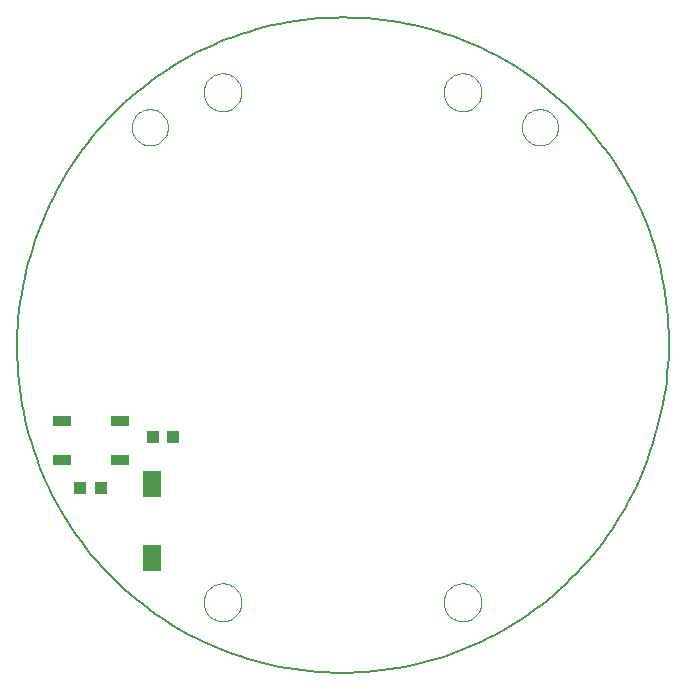
<source format=gtp>
G75*
%MOIN*%
%OFA0B0*%
%FSLAX24Y24*%
%IPPOS*%
%LPD*%
%AMOC8*
5,1,8,0,0,1.08239X$1,22.5*
%
%ADD10C,0.0000*%
%ADD11C,0.0050*%
%ADD12C,0.0080*%
%ADD13R,0.0433X0.0394*%
%ADD14R,0.0630X0.0906*%
%ADD15R,0.0394X0.0433*%
%ADD16R,0.0591X0.0354*%
D10*
X006445Y003425D02*
X006447Y003475D01*
X006453Y003525D01*
X006463Y003574D01*
X006477Y003622D01*
X006494Y003669D01*
X006515Y003714D01*
X006540Y003758D01*
X006568Y003799D01*
X006600Y003838D01*
X006634Y003875D01*
X006671Y003909D01*
X006711Y003939D01*
X006753Y003966D01*
X006797Y003990D01*
X006843Y004011D01*
X006890Y004027D01*
X006938Y004040D01*
X006988Y004049D01*
X007037Y004054D01*
X007088Y004055D01*
X007138Y004052D01*
X007187Y004045D01*
X007236Y004034D01*
X007284Y004019D01*
X007330Y004001D01*
X007375Y003979D01*
X007418Y003953D01*
X007459Y003924D01*
X007498Y003892D01*
X007534Y003857D01*
X007566Y003819D01*
X007596Y003779D01*
X007623Y003736D01*
X007646Y003692D01*
X007665Y003646D01*
X007681Y003598D01*
X007693Y003549D01*
X007701Y003500D01*
X007705Y003450D01*
X007705Y003400D01*
X007701Y003350D01*
X007693Y003301D01*
X007681Y003252D01*
X007665Y003204D01*
X007646Y003158D01*
X007623Y003114D01*
X007596Y003071D01*
X007566Y003031D01*
X007534Y002993D01*
X007498Y002958D01*
X007459Y002926D01*
X007418Y002897D01*
X007375Y002871D01*
X007330Y002849D01*
X007284Y002831D01*
X007236Y002816D01*
X007187Y002805D01*
X007138Y002798D01*
X007088Y002795D01*
X007037Y002796D01*
X006988Y002801D01*
X006938Y002810D01*
X006890Y002823D01*
X006843Y002839D01*
X006797Y002860D01*
X006753Y002884D01*
X006711Y002911D01*
X006671Y002941D01*
X006634Y002975D01*
X006600Y003012D01*
X006568Y003051D01*
X006540Y003092D01*
X006515Y003136D01*
X006494Y003181D01*
X006477Y003228D01*
X006463Y003276D01*
X006453Y003325D01*
X006447Y003375D01*
X006445Y003425D01*
X014445Y003425D02*
X014447Y003475D01*
X014453Y003525D01*
X014463Y003574D01*
X014477Y003622D01*
X014494Y003669D01*
X014515Y003714D01*
X014540Y003758D01*
X014568Y003799D01*
X014600Y003838D01*
X014634Y003875D01*
X014671Y003909D01*
X014711Y003939D01*
X014753Y003966D01*
X014797Y003990D01*
X014843Y004011D01*
X014890Y004027D01*
X014938Y004040D01*
X014988Y004049D01*
X015037Y004054D01*
X015088Y004055D01*
X015138Y004052D01*
X015187Y004045D01*
X015236Y004034D01*
X015284Y004019D01*
X015330Y004001D01*
X015375Y003979D01*
X015418Y003953D01*
X015459Y003924D01*
X015498Y003892D01*
X015534Y003857D01*
X015566Y003819D01*
X015596Y003779D01*
X015623Y003736D01*
X015646Y003692D01*
X015665Y003646D01*
X015681Y003598D01*
X015693Y003549D01*
X015701Y003500D01*
X015705Y003450D01*
X015705Y003400D01*
X015701Y003350D01*
X015693Y003301D01*
X015681Y003252D01*
X015665Y003204D01*
X015646Y003158D01*
X015623Y003114D01*
X015596Y003071D01*
X015566Y003031D01*
X015534Y002993D01*
X015498Y002958D01*
X015459Y002926D01*
X015418Y002897D01*
X015375Y002871D01*
X015330Y002849D01*
X015284Y002831D01*
X015236Y002816D01*
X015187Y002805D01*
X015138Y002798D01*
X015088Y002795D01*
X015037Y002796D01*
X014988Y002801D01*
X014938Y002810D01*
X014890Y002823D01*
X014843Y002839D01*
X014797Y002860D01*
X014753Y002884D01*
X014711Y002911D01*
X014671Y002941D01*
X014634Y002975D01*
X014600Y003012D01*
X014568Y003051D01*
X014540Y003092D01*
X014515Y003136D01*
X014494Y003181D01*
X014477Y003228D01*
X014463Y003276D01*
X014453Y003325D01*
X014447Y003375D01*
X014445Y003425D01*
X017052Y019255D02*
X017054Y019304D01*
X017060Y019352D01*
X017070Y019399D01*
X017083Y019446D01*
X017100Y019491D01*
X017121Y019535D01*
X017145Y019577D01*
X017173Y019617D01*
X017204Y019655D01*
X017237Y019690D01*
X017274Y019722D01*
X017312Y019751D01*
X017353Y019777D01*
X017396Y019800D01*
X017441Y019819D01*
X017487Y019834D01*
X017534Y019846D01*
X017582Y019854D01*
X017631Y019858D01*
X017679Y019858D01*
X017728Y019854D01*
X017776Y019846D01*
X017823Y019834D01*
X017869Y019819D01*
X017914Y019800D01*
X017956Y019777D01*
X017998Y019751D01*
X018036Y019722D01*
X018073Y019690D01*
X018106Y019655D01*
X018137Y019617D01*
X018165Y019577D01*
X018189Y019535D01*
X018210Y019491D01*
X018227Y019446D01*
X018240Y019399D01*
X018250Y019352D01*
X018256Y019304D01*
X018258Y019255D01*
X018256Y019206D01*
X018250Y019158D01*
X018240Y019111D01*
X018227Y019064D01*
X018210Y019019D01*
X018189Y018975D01*
X018165Y018933D01*
X018137Y018893D01*
X018106Y018855D01*
X018073Y018820D01*
X018036Y018788D01*
X017998Y018759D01*
X017957Y018733D01*
X017914Y018710D01*
X017869Y018691D01*
X017823Y018676D01*
X017776Y018664D01*
X017728Y018656D01*
X017679Y018652D01*
X017631Y018652D01*
X017582Y018656D01*
X017534Y018664D01*
X017487Y018676D01*
X017441Y018691D01*
X017396Y018710D01*
X017354Y018733D01*
X017312Y018759D01*
X017274Y018788D01*
X017237Y018820D01*
X017204Y018855D01*
X017173Y018893D01*
X017145Y018933D01*
X017121Y018975D01*
X017100Y019019D01*
X017083Y019064D01*
X017070Y019111D01*
X017060Y019158D01*
X017054Y019206D01*
X017052Y019255D01*
X014445Y020425D02*
X014447Y020475D01*
X014453Y020525D01*
X014463Y020574D01*
X014477Y020622D01*
X014494Y020669D01*
X014515Y020714D01*
X014540Y020758D01*
X014568Y020799D01*
X014600Y020838D01*
X014634Y020875D01*
X014671Y020909D01*
X014711Y020939D01*
X014753Y020966D01*
X014797Y020990D01*
X014843Y021011D01*
X014890Y021027D01*
X014938Y021040D01*
X014988Y021049D01*
X015037Y021054D01*
X015088Y021055D01*
X015138Y021052D01*
X015187Y021045D01*
X015236Y021034D01*
X015284Y021019D01*
X015330Y021001D01*
X015375Y020979D01*
X015418Y020953D01*
X015459Y020924D01*
X015498Y020892D01*
X015534Y020857D01*
X015566Y020819D01*
X015596Y020779D01*
X015623Y020736D01*
X015646Y020692D01*
X015665Y020646D01*
X015681Y020598D01*
X015693Y020549D01*
X015701Y020500D01*
X015705Y020450D01*
X015705Y020400D01*
X015701Y020350D01*
X015693Y020301D01*
X015681Y020252D01*
X015665Y020204D01*
X015646Y020158D01*
X015623Y020114D01*
X015596Y020071D01*
X015566Y020031D01*
X015534Y019993D01*
X015498Y019958D01*
X015459Y019926D01*
X015418Y019897D01*
X015375Y019871D01*
X015330Y019849D01*
X015284Y019831D01*
X015236Y019816D01*
X015187Y019805D01*
X015138Y019798D01*
X015088Y019795D01*
X015037Y019796D01*
X014988Y019801D01*
X014938Y019810D01*
X014890Y019823D01*
X014843Y019839D01*
X014797Y019860D01*
X014753Y019884D01*
X014711Y019911D01*
X014671Y019941D01*
X014634Y019975D01*
X014600Y020012D01*
X014568Y020051D01*
X014540Y020092D01*
X014515Y020136D01*
X014494Y020181D01*
X014477Y020228D01*
X014463Y020276D01*
X014453Y020325D01*
X014447Y020375D01*
X014445Y020425D01*
X006445Y020425D02*
X006447Y020475D01*
X006453Y020525D01*
X006463Y020574D01*
X006477Y020622D01*
X006494Y020669D01*
X006515Y020714D01*
X006540Y020758D01*
X006568Y020799D01*
X006600Y020838D01*
X006634Y020875D01*
X006671Y020909D01*
X006711Y020939D01*
X006753Y020966D01*
X006797Y020990D01*
X006843Y021011D01*
X006890Y021027D01*
X006938Y021040D01*
X006988Y021049D01*
X007037Y021054D01*
X007088Y021055D01*
X007138Y021052D01*
X007187Y021045D01*
X007236Y021034D01*
X007284Y021019D01*
X007330Y021001D01*
X007375Y020979D01*
X007418Y020953D01*
X007459Y020924D01*
X007498Y020892D01*
X007534Y020857D01*
X007566Y020819D01*
X007596Y020779D01*
X007623Y020736D01*
X007646Y020692D01*
X007665Y020646D01*
X007681Y020598D01*
X007693Y020549D01*
X007701Y020500D01*
X007705Y020450D01*
X007705Y020400D01*
X007701Y020350D01*
X007693Y020301D01*
X007681Y020252D01*
X007665Y020204D01*
X007646Y020158D01*
X007623Y020114D01*
X007596Y020071D01*
X007566Y020031D01*
X007534Y019993D01*
X007498Y019958D01*
X007459Y019926D01*
X007418Y019897D01*
X007375Y019871D01*
X007330Y019849D01*
X007284Y019831D01*
X007236Y019816D01*
X007187Y019805D01*
X007138Y019798D01*
X007088Y019795D01*
X007037Y019796D01*
X006988Y019801D01*
X006938Y019810D01*
X006890Y019823D01*
X006843Y019839D01*
X006797Y019860D01*
X006753Y019884D01*
X006711Y019911D01*
X006671Y019941D01*
X006634Y019975D01*
X006600Y020012D01*
X006568Y020051D01*
X006540Y020092D01*
X006515Y020136D01*
X006494Y020181D01*
X006477Y020228D01*
X006463Y020276D01*
X006453Y020325D01*
X006447Y020375D01*
X006445Y020425D01*
X004052Y019255D02*
X004054Y019304D01*
X004060Y019352D01*
X004070Y019399D01*
X004083Y019446D01*
X004100Y019491D01*
X004121Y019535D01*
X004145Y019577D01*
X004173Y019617D01*
X004204Y019655D01*
X004237Y019690D01*
X004274Y019722D01*
X004312Y019751D01*
X004353Y019777D01*
X004396Y019800D01*
X004441Y019819D01*
X004487Y019834D01*
X004534Y019846D01*
X004582Y019854D01*
X004631Y019858D01*
X004679Y019858D01*
X004728Y019854D01*
X004776Y019846D01*
X004823Y019834D01*
X004869Y019819D01*
X004914Y019800D01*
X004956Y019777D01*
X004998Y019751D01*
X005036Y019722D01*
X005073Y019690D01*
X005106Y019655D01*
X005137Y019617D01*
X005165Y019577D01*
X005189Y019535D01*
X005210Y019491D01*
X005227Y019446D01*
X005240Y019399D01*
X005250Y019352D01*
X005256Y019304D01*
X005258Y019255D01*
X005256Y019206D01*
X005250Y019158D01*
X005240Y019111D01*
X005227Y019064D01*
X005210Y019019D01*
X005189Y018975D01*
X005165Y018933D01*
X005137Y018893D01*
X005106Y018855D01*
X005073Y018820D01*
X005036Y018788D01*
X004998Y018759D01*
X004957Y018733D01*
X004914Y018710D01*
X004869Y018691D01*
X004823Y018676D01*
X004776Y018664D01*
X004728Y018656D01*
X004679Y018652D01*
X004631Y018652D01*
X004582Y018656D01*
X004534Y018664D01*
X004487Y018676D01*
X004441Y018691D01*
X004396Y018710D01*
X004354Y018733D01*
X004312Y018759D01*
X004274Y018788D01*
X004237Y018820D01*
X004204Y018855D01*
X004173Y018893D01*
X004145Y018933D01*
X004121Y018975D01*
X004100Y019019D01*
X004083Y019064D01*
X004070Y019111D01*
X004060Y019158D01*
X004054Y019206D01*
X004052Y019255D01*
D11*
X001025Y015995D02*
X000928Y015748D01*
X000838Y015499D01*
X000753Y015248D01*
X000675Y014995D01*
X000602Y014740D01*
X000537Y014483D01*
X000477Y014225D01*
X000424Y013965D01*
X000377Y013704D01*
X000336Y013442D01*
X000302Y013179D01*
X000274Y012916D01*
X000253Y012652D01*
X000238Y012387D01*
X000230Y012122D01*
X000228Y011857D01*
X000233Y011592D01*
X000244Y011327D01*
X000262Y011063D01*
X000286Y010799D01*
X000316Y010536D01*
X000353Y010273D01*
X000396Y010012D01*
X000446Y009752D01*
X000502Y009493D01*
X000564Y009235D01*
X000633Y008979D01*
X000708Y008725D01*
X000789Y008472D01*
X000876Y008222D01*
X000970Y007974D01*
X001069Y007728D01*
X001174Y007485D01*
X001286Y007245D01*
X001403Y007007D01*
X001525Y006772D01*
X001654Y006540D01*
X001788Y006312D01*
X001928Y006087D01*
X002073Y005865D01*
X002224Y005647D01*
X002380Y005433D01*
X002541Y005222D01*
X002707Y005016D01*
X002878Y004813D01*
X003054Y004615D01*
X003235Y004421D01*
X003420Y004232D01*
X003610Y004048D01*
X003805Y003868D01*
X004004Y003692D01*
X004207Y003522D01*
X004414Y003357D01*
X004625Y003197D01*
X004840Y003042D01*
X005059Y002892D01*
X005282Y002748D01*
X005507Y002609D01*
X005736Y002476D01*
X005969Y002349D01*
X006204Y002227D01*
X006442Y002111D01*
X006683Y002001D01*
X006927Y001896D01*
X007173Y001798D01*
X007422Y001706D01*
X007672Y001620D01*
X007925Y001540D01*
X008180Y001466D01*
X008436Y001399D01*
X008694Y001337D01*
X008953Y001283D01*
X009214Y001234D01*
X009475Y001192D01*
X009738Y001156D01*
X010001Y001127D01*
X010265Y001104D01*
X010530Y001087D01*
X010795Y001077D01*
X011060Y001074D01*
X011325Y001077D01*
X011589Y001086D01*
X011854Y001102D01*
X012118Y001125D01*
X012381Y001154D01*
X012644Y001189D01*
X012906Y001231D01*
X013166Y001279D01*
X013426Y001333D01*
X013684Y001394D01*
X013940Y001461D01*
X014195Y001534D01*
X014448Y001614D01*
X014698Y001700D01*
X014947Y001791D01*
X015193Y001889D01*
X015437Y001993D01*
X015679Y002103D01*
X015917Y002218D01*
X016153Y002340D01*
X016385Y002467D01*
X016614Y002600D01*
X016841Y002738D01*
X017063Y002882D01*
X017282Y003031D01*
X017497Y003186D01*
X017709Y003345D01*
X017916Y003510D01*
X018120Y003680D01*
X018319Y003855D01*
X018514Y004035D01*
X018704Y004219D01*
X018890Y004408D01*
X019071Y004601D01*
X019248Y004799D01*
X019419Y005001D01*
X019586Y005207D01*
X019747Y005417D01*
X019903Y005632D01*
X020054Y005849D01*
X020200Y006071D01*
X020340Y006296D01*
X020475Y006524D01*
X020604Y006756D01*
X020727Y006990D01*
X020844Y007228D01*
X020956Y007468D01*
X021062Y007711D01*
X021162Y007957D01*
X021255Y008205D01*
D12*
X021245Y008235D02*
X021336Y008484D01*
X021421Y008736D01*
X021501Y008989D01*
X021573Y009244D01*
X021640Y009501D01*
X021700Y009760D01*
X021754Y010020D01*
X021802Y010281D01*
X021843Y010544D01*
X021878Y010807D01*
X021906Y011071D01*
X021928Y011336D01*
X021943Y011601D01*
X021952Y011866D01*
X021954Y012132D01*
X021950Y012397D01*
X021939Y012663D01*
X021922Y012928D01*
X021898Y013192D01*
X021868Y013456D01*
X021831Y013719D01*
X021788Y013981D01*
X021738Y014242D01*
X021682Y014501D01*
X021620Y014760D01*
X021551Y015016D01*
X021476Y015271D01*
X021395Y015524D01*
X021308Y015775D01*
X021215Y016023D01*
X021115Y016269D01*
X021010Y016513D01*
X020898Y016754D01*
X020781Y016992D01*
X020658Y017228D01*
X020529Y017460D01*
X020394Y017689D01*
X020254Y017914D01*
X020109Y018137D01*
X019958Y018355D01*
X019802Y018570D01*
X019640Y018781D01*
X019474Y018987D01*
X019302Y019190D01*
X019125Y019388D01*
X018944Y019582D01*
X018758Y019772D01*
X018567Y019957D01*
X018372Y020137D01*
X018173Y020312D01*
X017969Y020483D01*
X017761Y020648D01*
X017549Y020808D01*
X017334Y020963D01*
X017114Y021112D01*
X016891Y021257D01*
X016665Y021395D01*
X016435Y021528D01*
X016202Y021656D01*
X015966Y021777D01*
X015727Y021893D01*
X015485Y022003D01*
X015241Y022107D01*
X014994Y022205D01*
X014745Y022297D01*
X014493Y022383D01*
X014240Y022462D01*
X013985Y022535D01*
X013728Y022602D01*
X013469Y022663D01*
X013209Y022717D01*
X012948Y022765D01*
X012686Y022807D01*
X012423Y022842D01*
X012159Y022870D01*
X011894Y022893D01*
X011629Y022908D01*
X011364Y022917D01*
X011098Y022920D01*
X010833Y022916D01*
X010567Y022906D01*
X010302Y022889D01*
X010038Y022865D01*
X009774Y022835D01*
X009511Y022799D01*
X009249Y022756D01*
X008988Y022707D01*
X008728Y022652D01*
X008470Y022590D01*
X008213Y022521D01*
X007958Y022447D01*
X007705Y022366D01*
X007454Y022279D01*
X007206Y022186D01*
X006959Y022087D01*
X006715Y021982D01*
X006474Y021871D01*
X006236Y021754D01*
X006000Y021631D01*
X005768Y021503D01*
X005539Y021369D01*
X005313Y021229D01*
X005091Y021084D01*
X004872Y020933D01*
X004657Y020777D01*
X004446Y020616D01*
X004239Y020450D01*
X004036Y020278D01*
X003837Y020102D01*
X003643Y019921D01*
X003453Y019735D01*
X003268Y019545D01*
X003088Y019350D01*
X002912Y019151D01*
X002741Y018947D01*
X002576Y018740D01*
X002415Y018528D01*
X002260Y018313D01*
X002110Y018093D01*
X001966Y017871D01*
X001827Y017644D01*
X001693Y017415D01*
X001566Y017182D01*
X001444Y016946D01*
X001328Y016707D01*
X001217Y016466D01*
X001113Y016221D01*
X001015Y015975D01*
D13*
X002340Y007235D03*
X003010Y007235D03*
D14*
X004725Y004885D03*
X004725Y007365D03*
D15*
X004750Y008935D03*
X005420Y008935D03*
D16*
X003650Y009455D03*
X003650Y008155D03*
X001720Y008155D03*
X001720Y009455D03*
M02*

</source>
